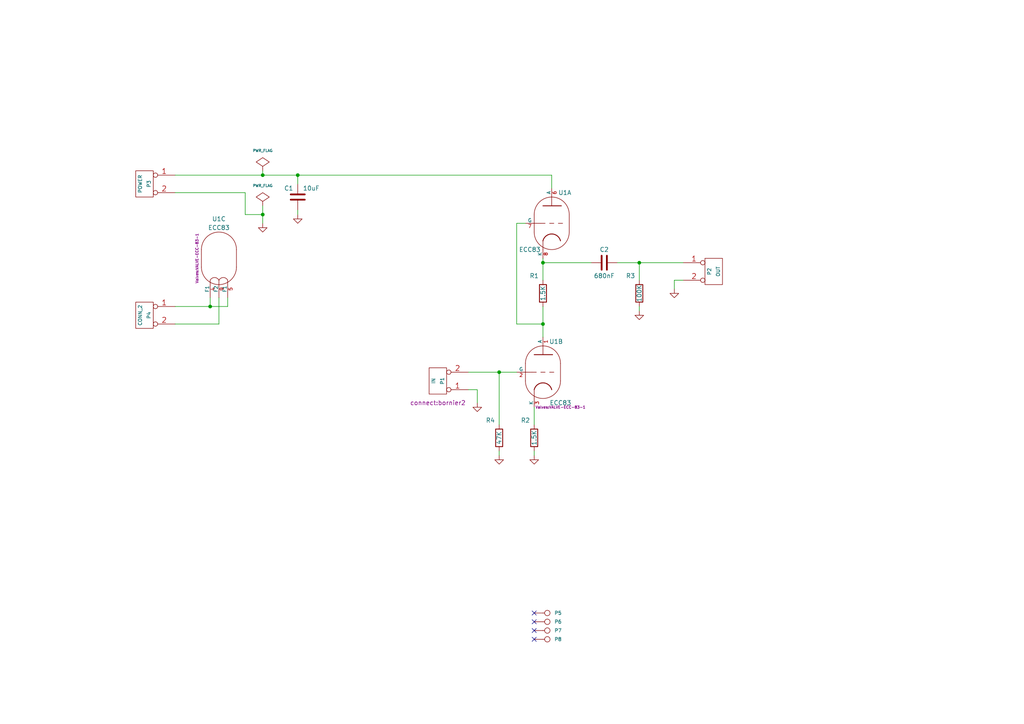
<source format=kicad_sch>
(kicad_sch (version 20230121) (generator eeschema)
  (paper "A4")
  (title_block (title "ECC Push-Pull") (date "Sat 21 Mar 2015") (rev "0.1"))
  (lib_symbols
    (symbol "ecc83_schlib:C" (pin_numbers hide) (pin_names (offset 0.254))
      (property "Reference" "C" (at 0.635 2.54 0))
      (property "Value" "C" (at 0.635 -2.54 0))
      (symbol "C_0_1"
        (polyline (pts (xy -2.032 -0.762) (xy 2.032 -0.762)) (stroke (width 0.508)))
        (polyline (pts (xy -2.032 0.762) (xy 2.032 0.762)) (stroke (width 0.508)))
      )
      (symbol "C_1_1"
        (pin passive line (at 0 3.81 270) (length 2.794) (name "~") (number "1"))
        (pin passive line (at 0 -3.81 90) (length 2.794) (name "~") (number "2"))
      )
    )
    (symbol "ecc83_schlib:CONN_1" (pin_numbers hide) (pin_names (offset 0.762) hide)
      (property "Reference" "P" (at 2.032 0 0))
      (symbol "CONN_1_0_1"
        (polyline (pts (xy -0.762 0) (xy -1.27 0)))
        (circle (center 0 0) (radius 0.7874))
      )
      (symbol "CONN_1_1_1"
        (pin passive line (at -3.81 0 0) (length 2.54) (name "1") (number "1"))
      )
    )
    (symbol "ecc83_schlib:CONN_2" (pin_names (offset 1.016) hide)
      (property "Reference" "P" (at -1.27 0 90))
      (property "Value" "CONN_2" (at 1.27 0 90))
      (symbol "CONN_2_0_1"
        (rectangle (start -2.54 3.81) (end 2.54 -3.81))
      )
      (symbol "CONN_2_1_1"
        (pin passive inverted (at -8.89 2.54 0) (length 6.35) (name "P1") (number "1"))
        (pin passive inverted (at -8.89 -2.54 0) (length 6.35) (name "PM") (number "2"))
      )
    )
    (symbol "ecc83_schlib:ECC83" (pin_names (offset 0))
      (property "Reference" "U" (at 3.302 7.874 0))
      (property "Value" "ECC83" (at 8.89 -7.62 0))
      (symbol "ECC83_0_1"
        (arc (start -5.08 -2.54) (mid 0 -7.5979) (end 5.08 -2.54))
        (polyline (pts (xy 5.08 2.54) (xy 5.08 -2.54)))
        (polyline (pts (xy -5.08 2.54) (xy -5.08 -2.54) (xy -5.08 -2.54)))
        (arc (start 5.08 2.54) (mid 0 7.5979) (end -5.08 2.54))
      )
      (symbol "ECC83_1_0"
        (polyline (pts (xy -2.54 -5.08) (xy -2.54 -7.62)))
        (polyline (pts (xy 0 5.08) (xy 0 7.62)))
      )
      (symbol "ECC83_1_1"
        (polyline (pts (xy -5.08 0) (xy -3.175 0)))
        (polyline (pts (xy -1.905 0) (xy -3.175 0)) (stroke (width 0.1524)))
        (polyline (pts (xy -0.635 0) (xy 0.635 0)) (stroke (width 0.1524)))
        (polyline (pts (xy 1.905 0) (xy 3.175 0)) (stroke (width 0.1524)))
        (polyline (pts (xy -2.54 5.08) (xy 2.794 5.08) (xy 2.794 5.08)) (stroke (width 0.254)))
        (arc (start 2.54 -5.08) (mid 0 -3.0968) (end -2.54 -5.08) (stroke (width 0.254)))
        (pin passive line (at 0 10.16 270) (length 2.54) (name "A") (number "6"))
        (pin input line (at -7.62 0 0) (length 2.54) (name "G") (number "7"))
        (pin passive line (at -2.54 -10.16 90) (length 2.54) (name "K") (number "8"))
      )
      (symbol "ECC83_2_0"
        (polyline (pts (xy -2.54 -5.08) (xy -2.54 -7.62)))
        (polyline (pts (xy 0 5.08) (xy 0 7.62)))
      )
      (symbol "ECC83_2_1"
        (polyline (pts (xy -5.08 0) (xy -3.175 0)))
        (polyline (pts (xy -1.905 0) (xy -3.175 0)) (stroke (width 0.1524)))
        (polyline (pts (xy -0.635 0) (xy 0.635 0)) (stroke (width 0.1524)))
        (polyline (pts (xy 1.905 0) (xy 3.175 0)) (stroke (width 0.1524)))
        (polyline (pts (xy -2.54 5.08) (xy 2.794 5.08) (xy 2.794 5.08)) (stroke (width 0.254)))
        (arc (start 2.54 -5.08) (mid 0 -3.0968) (end -2.54 -5.08) (stroke (width 0.254)))
        (pin passive line (at 0 10.16 270) (length 2.54) (name "A") (number "1"))
        (pin input line (at -7.62 0 0) (length 2.54) (name "G") (number "2"))
        (pin passive line (at -2.54 -10.16 90) (length 2.54) (name "K") (number "3"))
      )
      (symbol "ECC83_3_1"
        (arc (start 0 -6.35) (mid -1.27 -5.5651) (end -2.54 -6.35))
        (arc (start 2.54 -6.35) (mid 1.27 -5.5651) (end 0 -6.35))
        (pin input line (at -2.54 -11.43 90) (length 5.08) (name "F1") (number "4"))
        (pin input line (at 2.54 -11.43 90) (length 5.08) (name "F1") (number "5"))
        (pin input line (at 0 -11.43 90) (length 5.08) (name "F2") (number "9"))
      )
    )
    (symbol "ecc83_schlib:GND" (power) (pin_names (offset 0))
      (property "Value" "GND" (at 0 -3.81 0))
      (symbol "GND_0_1"
        (polyline (pts (xy 0 0) (xy 0 -1.27) (xy 1.27 -1.27) (xy 0 -2.54) (xy -1.27 -1.27) (xy 0 -1.27)))
      )
      (symbol "GND_1_1"
        (pin power_in line (at 0 0 270) (length 0) hide (name "GND") (number "1"))
      )
    )
    (symbol "ecc83_schlib:PWR_FLAG" (power) (pin_numbers hide) (pin_names (offset 0) hide)
      (property "Value" "PWR_FLAG" (at 0 4.572 0))
      (symbol "PWR_FLAG_0_0"
        (pin power_out line (at 0 0 90) (length 0) (name "pwr") (number "1"))
      )
      (symbol "PWR_FLAG_0_1"
        (polyline (pts (xy 0 0) (xy 0 1.27) (xy -1.905 2.54) (xy 0 3.81) (xy 1.905 2.54) (xy 0 1.27)))
      )
    )
    (symbol "ecc83_schlib:R" (pin_numbers hide) (pin_names (offset 0))
      (property "Reference" "R" (at 2.032 0 90))
      (property "Value" "R" (at 0 0 90))
      (symbol "R_0_1"
        (rectangle (start -1.016 -2.54) (end 1.016 2.54) (stroke (width 0.254)))
      )
      (symbol "R_1_1"
        (pin passive line (at 0 3.81 270) (length 1.27) (name "~") (number "1"))
        (pin passive line (at 0 -3.81 90) (length 1.27) (name "~") (number "2"))
      )
    )
  )
  (junction (at 86.36 50.8))
  (junction (at 76.2 62.23))
  (junction (at 144.78 107.95))
  (junction (at 76.2 50.8))
  (junction (at 157.48 93.98))
  (junction (at 60.96 88.9))
  (junction (at 157.48 76.2))
  (junction (at 185.42 76.2))
  (no_connect (at 154.94 185.42))
  (no_connect (at 154.94 182.88))
  (no_connect (at 154.94 177.8))
  (no_connect (at 154.94 180.34))
  (wire (pts (xy 86.36 53.34) (xy 86.36 50.8)))
  (wire (pts (xy 63.5 93.98) (xy 50.8 93.98)))
  (wire (pts (xy 86.36 62.23) (xy 86.36 60.96)))
  (wire (pts (xy 149.86 93.98) (xy 157.48 93.98)))
  (wire (pts (xy 144.78 130.81) (xy 144.78 132.08)))
  (wire (pts (xy 66.04 88.9) (xy 66.04 86.36)))
  (wire (pts (xy 76.2 49.53) (xy 76.2 50.8)))
  (wire (pts (xy 76.2 59.69) (xy 76.2 62.23)))
  (wire (pts (xy 135.89 107.95) (xy 144.78 107.95)))
  (wire (pts (xy 144.78 107.95) (xy 149.86 107.95)))
  (wire (pts (xy 50.8 50.8) (xy 76.2 50.8)))
  (wire (pts (xy 71.12 55.88) (xy 71.12 62.23)))
  (wire (pts (xy 198.12 81.28) (xy 195.58 81.28)))
  (wire (pts (xy 86.36 50.8) (xy 160.02 50.8)))
  (wire (pts (xy 152.4 64.77) (xy 149.86 64.77)))
  (wire (pts (xy 185.42 90.17) (xy 185.42 88.9)))
  (wire (pts (xy 76.2 62.23) (xy 76.2 64.77)))
  (wire (pts (xy 179.07 76.2) (xy 185.42 76.2)))
  (wire (pts (xy 154.94 118.11) (xy 154.94 123.19)))
  (wire (pts (xy 60.96 88.9) (xy 66.04 88.9)))
  (wire (pts (xy 60.96 88.9) (xy 60.96 86.36)))
  (wire (pts (xy 144.78 107.95) (xy 144.78 123.19)))
  (wire (pts (xy 157.48 93.98) (xy 157.48 97.79)))
  (wire (pts (xy 149.86 64.77) (xy 149.86 93.98)))
  (wire (pts (xy 138.43 113.03) (xy 135.89 113.03)))
  (wire (pts (xy 71.12 62.23) (xy 76.2 62.23)))
  (wire (pts (xy 185.42 76.2) (xy 198.12 76.2)))
  (wire (pts (xy 195.58 81.28) (xy 195.58 83.82)))
  (wire (pts (xy 76.2 50.8) (xy 86.36 50.8)))
  (wire (pts (xy 157.48 88.9) (xy 157.48 93.98)))
  (wire (pts (xy 157.48 76.2) (xy 157.48 81.28)))
  (wire (pts (xy 171.45 76.2) (xy 157.48 76.2)))
  (wire (pts (xy 154.94 130.81) (xy 154.94 132.08)))
  (wire (pts (xy 138.43 116.84) (xy 138.43 113.03)))
  (wire (pts (xy 160.02 50.8) (xy 160.02 54.61)))
  (wire (pts (xy 185.42 76.2) (xy 185.42 81.28)))
  (wire (pts (xy 63.5 86.36) (xy 63.5 93.98)))
  (wire (pts (xy 157.48 74.93) (xy 157.48 76.2)))
  (wire (pts (xy 50.8 88.9) (xy 60.96 88.9)))
  (wire (pts (xy 50.8 55.88) (xy 71.12 55.88)))
  (symbol (lib_id "ecc83_schlib:R") (at 157.48 85.09 180) (unit 1)
    (property "Reference" "R1" (at 154.94 80.01 0))
    (property "Value" "1.5K" (at 157.48 85.09 90))
    (property "Footprint" "discret:R3" (effects hide))
  )
  (symbol (lib_id "ecc83_schlib:R") (at 154.94 127 0) (unit 1)
    (property "Reference" "R2" (at 152.4 121.92 0))
    (property "Value" "1.5K" (at 154.94 127 90))
    (property "Footprint" "discret:R3" (effects hide))
  )
  (symbol (lib_id "ecc83_schlib:R") (at 144.78 127 0) (unit 1)
    (property "Reference" "R4" (at 142.24 121.92 0))
    (property "Value" "47K" (at 144.78 127 90))
    (property "Footprint" "discret:R3" (effects hide))
  )
  (symbol (lib_id "ecc83_schlib:R") (at 185.42 85.09 0) (unit 1)
    (property "Reference" "R3" (at 182.88 80.01 0))
    (property "Value" "100K" (at 185.42 85.09 90))
    (property "Footprint" "discret:R3" (effects hide))
  )
  (symbol (lib_id "ecc83_schlib:C") (at 175.26 76.2 270) (unit 1)
    (property "Reference" "C2" (at 175.26 72.39 90))
    (property "Value" "680nF" (at 175.26 80.01 90))
    (property "Footprint" "discret:C2" (effects hide))
  )
  (symbol (lib_id "ecc83_schlib:CONN_2") (at 127 110.49 180) (unit 1)
    (property "Reference" "P1" (at 128.27 110.49 90) (effects (font (size 1.016 1.016))))
    (property "Value" "IN" (at 125.73 110.49 90) (effects (font (size 1.016 1.016))))
    (property "Footprint" "connect:bornier2" (at 127 116.84 0))
  )
  (symbol (lib_id "ecc83_schlib:CONN_2") (at 207.01 78.74 0) (unit 1)
    (property "Reference" "P2" (at 205.74 78.74 90) (effects (font (size 1.016 1.016))))
    (property "Value" "OUT" (at 208.28 78.74 90) (effects (font (size 1.016 1.016))))
    (property "Footprint" "connect:bornier2" (effects hide))
  )
  (symbol (lib_id "ecc83_schlib:CONN_2") (at 41.91 53.34 0) (mirror y) (unit 1)
    (property "Reference" "P3" (at 43.18 53.34 90) (effects (font (size 1.016 1.016))))
    (property "Value" "POWER" (at 40.64 53.34 90) (effects (font (size 1.016 1.016))))
    (property "Footprint" "connect:bornier2" (effects hide))
  )
  (symbol (lib_id "ecc83_schlib:C") (at 86.36 57.15 0) (mirror y) (unit 1)
    (property "Reference" "C1" (at 85.09 54.61 0) (effects (justify left)))
    (property "Value" "10uF" (at 92.71 54.61 0) (effects (justify left)))
    (property "Footprint" "discret:C2V10" (effects hide))
  )
  (symbol (lib_id "ecc83_schlib:CONN_2") (at 41.91 91.44 0) (mirror y) (unit 1)
    (property "Reference" "P4" (at 43.18 91.44 90) (effects (font (size 1.016 1.016))))
    (property "Value" "CONN_2" (at 40.64 91.44 90) (effects (font (size 1.016 1.016))))
    (property "Footprint" "connect:bornier2" (effects hide))
  )
  (symbol (lib_id "ecc83_schlib:PWR_FLAG") (at 76.2 59.69 0) (unit 1)
    (property "Reference" "#FLG05" (effects hide))
    (property "Value" "PWR_FLAG" (at 76.2 53.848 0) (effects (font (size 0.762 0.762))))
  )
  (symbol (lib_id "ecc83_schlib:GND") (at 144.78 132.08 0) (unit 1)
    (property "Reference" "#PWR04" (effects hide))
    (property "Value" "GND" (effects hide))
  )
  (symbol (lib_id "ecc83_schlib:GND") (at 154.94 132.08 0) (unit 1)
    (property "Reference" "#PWR03" (effects hide))
    (property "Value" "GND" (effects hide))
  )
  (symbol (lib_id "ecc83_schlib:GND") (at 185.42 90.17 0) (unit 1)
    (property "Reference" "#PWR02" (effects hide))
    (property "Value" "GND" (effects hide))
  )
  (symbol (lib_id "ecc83_schlib:GND") (at 195.58 83.82 0) (unit 1)
    (property "Reference" "#PWR01" (effects hide))
    (property "Value" "GND" (effects hide))
  )
  (symbol (lib_id "ecc83_schlib:ECC83") (at 160.02 64.77 0) (unit 1)
    (property "Reference" "U1" (at 163.83 55.88 0))
    (property "Value" "ECC83" (at 153.67 72.39 0))
    (property "Footprint" "Valves:VALVE-ECC-83-1" (effects hide))
  )
  (symbol (lib_id "ecc83_schlib:ECC83") (at 157.48 107.95 0) (unit 2)
    (property "Reference" "U1" (at 161.29 99.06 0))
    (property "Value" "ECC83" (at 162.56 116.84 0))
    (property "Footprint" "Valves:VALVE-ECC-83-1" (at 162.56 118.11 0) (effects (font (size 0.762 0.762))))
  )
  (symbol (lib_id "ecc83_schlib:ECC83") (at 63.5 74.93 0) (unit 3)
    (property "Reference" "U1" (at 63.5 63.5 0))
    (property "Value" "ECC83" (at 63.5 66.04 0))
    (property "Footprint" "Valves:VALVE-ECC-83-1" (at 57.15 74.93 90) (effects (font (size 0.762 0.762))))
  )
  (symbol (lib_id "ecc83_schlib:GND") (at 86.36 62.23 0) (mirror y) (unit 1)
    (property "Reference" "#PWR06" (effects hide))
    (property "Value" "GND" (effects hide))
  )
  (symbol (lib_id "ecc83_schlib:CONN_1") (at 158.75 177.8 0) (unit 1)
    (property "Reference" "P5" (at 160.782 177.8 0) (effects (font (size 1.016 1.016)) (justify left)))
    (property "Value" "CONN_1" (effects hide))
    (property "Footprint" "connect:1pin" (effects hide))
  )
  (symbol (lib_id "ecc83_schlib:CONN_1") (at 158.75 180.34 0) (unit 1)
    (property "Reference" "P6" (at 160.782 180.34 0) (effects (font (size 1.016 1.016)) (justify left)))
    (property "Value" "CONN_1" (effects hide))
    (property "Footprint" "connect:1pin" (effects hide))
  )
  (symbol (lib_id "ecc83_schlib:CONN_1") (at 158.75 182.88 0) (unit 1)
    (property "Reference" "P7" (at 160.782 182.88 0) (effects (font (size 1.016 1.016)) (justify left)))
    (property "Value" "CONN_1" (effects hide))
    (property "Footprint" "connect:1pin" (effects hide))
  )
  (symbol (lib_id "ecc83_schlib:CONN_1") (at 158.75 185.42 0) (unit 1)
    (property "Reference" "P8" (at 160.782 185.42 0) (effects (font (size 1.016 1.016)) (justify left)))
    (property "Value" "CONN_1" (effects hide))
    (property "Footprint" "connect:1pin" (effects hide))
  )
  (symbol (lib_id "ecc83_schlib:PWR_FLAG") (at 76.2 49.53 0) (unit 1)
    (property "Reference" "#FLG07" (effects hide))
    (property "Value" "PWR_FLAG" (at 76.2 43.688 0) (effects (font (size 0.762 0.762))))
  )
  (symbol (lib_id "ecc83_schlib:GND") (at 76.2 64.77 0) (mirror y) (unit 1)
    (property "Reference" "#PWR08" (effects hide))
    (property "Value" "GND" (effects hide))
  )
  (symbol (lib_id "ecc83_schlib:GND") (at 138.43 116.84 0) (unit 1)
    (property "Reference" "#PWR09" (effects hide))
    (property "Value" "GND" (effects hide))
  )
)
</source>
